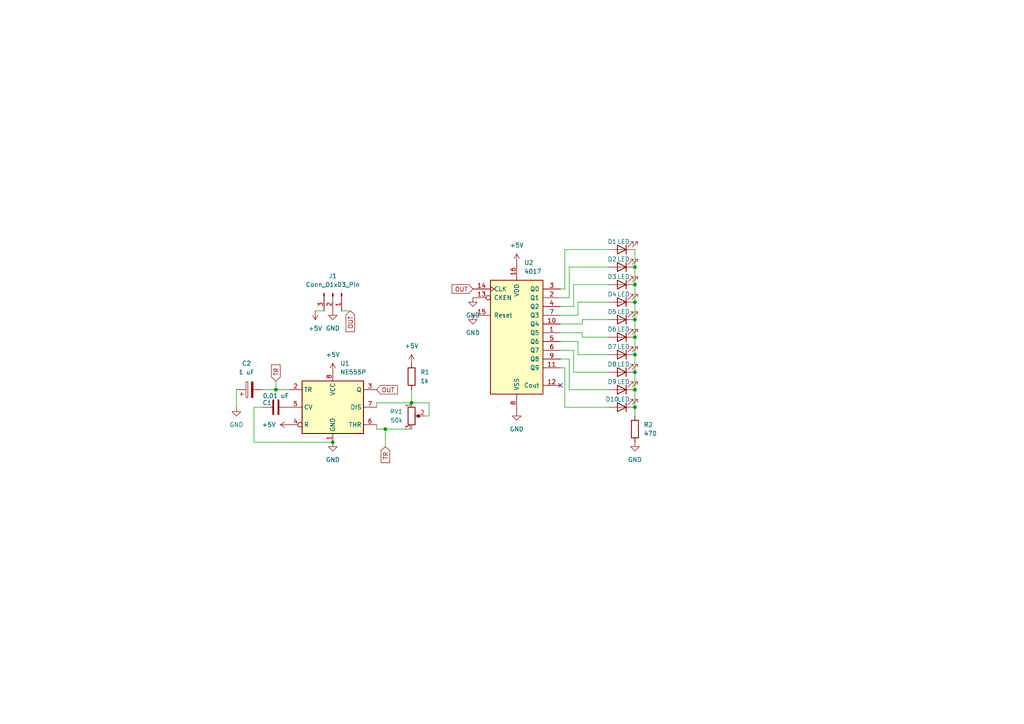
<source format=kicad_sch>
(kicad_sch (version 20250114) (generator "eeschema") (generator_version "9.0")
  (paper "A4")
  (lib_symbols
    (symbol "4xxx:4017" (pin_names (offset 1.016))
      (property "Reference" "U" (at -7.62 16.51 0))
      (property "Value" "4017" (at -7.62 -19.05 0))
      (symbol "4017_1_0"
        (pin input clock (at -12.7 12.7 0) (length 5.08) (name "CLK") (number "14"))
        (pin input inverted (at -12.7 10.16 0) (length 5.08) (name "CKEN") (number "13"))
        (pin input line (at -12.7 5.08 0) (length 5.08) (name "Reset") (number "15"))
        (pin power_in line (at 0 20.32 270) (length 5.08) (name "VDD") (number "16"))
        (pin power_in line (at 0 -22.86 90) (length 5.08) (name "VSS") (number "8"))
        (pin output line (at 12.7 12.7 180) (length 5.08) (name "Q0") (number "3"))
        (pin output line (at 12.7 10.16 180) (length 5.08) (name "Q1") (number "2"))
        (pin output line (at 12.7 7.62 180) (length 5.08) (name "Q2") (number "4"))
        (pin output line (at 12.7 5.08 180) (length 5.08) (name "Q3") (number "7"))
        (pin output line (at 12.7 2.54 180) (length 5.08) (name "Q4") (number "10"))
        (pin output line (at 12.7 0 180) (length 5.08) (name "Q5") (number "1"))
        (pin output line (at 12.7 -2.54 180) (length 5.08) (name "Q6") (number "5"))
        (pin output line (at 12.7 -5.08 180) (length 5.08) (name "Q7") (number "6"))
        (pin output line (at 12.7 -7.62 180) (length 5.08) (name "Q8") (number "9"))
        (pin output line (at 12.7 -10.16 180) (length 5.08) (name "Q9") (number "11"))
        (pin output line (at 12.7 -15.24 180) (length 5.08) (name "Cout") (number "12"))
      )
      (symbol "4017_1_1"
        (rectangle (start -7.62 15.24) (end 7.62 -17.78) (stroke (width 0.254)) (fill (type background)))
      )
    )
    (symbol "Connector:Conn_01x03_Pin" (pin_names (offset 1.016) (hide yes))
      (property "Reference" "J" (at 0 5.08 0))
      (property "Value" "Conn_01x03_Pin" (at 0 -5.08 0))
      (symbol "Conn_01x03_Pin_1_1"
        (rectangle (start 0.8636 2.667) (end 0 2.413) (stroke (width 0.1524)) (fill (type outline)))
        (rectangle (start 0.8636 0.127) (end 0 -0.127) (stroke (width 0.1524)) (fill (type outline)))
        (rectangle (start 0.8636 -2.413) (end 0 -2.667) (stroke (width 0.1524)) (fill (type outline)))
        (polyline (pts (xy 1.27 2.54) (xy 0.8636 2.54)) (stroke (width 0.1524)))
        (polyline (pts (xy 1.27 0) (xy 0.8636 0)) (stroke (width 0.1524)))
        (polyline (pts (xy 1.27 -2.54) (xy 0.8636 -2.54)) (stroke (width 0.1524)))
        (pin passive line (at 5.08 2.54 180) (length 3.81) (name "Pin_1") (number "1"))
        (pin passive line (at 5.08 0 180) (length 3.81) (name "Pin_2") (number "2"))
        (pin passive line (at 5.08 -2.54 180) (length 3.81) (name "Pin_3") (number "3"))
      )
    )
    (symbol "Device:C" (pin_numbers (hide yes)) (pin_names (offset 0.254))
      (property "Reference" "C" (at 0.635 2.54 0))
      (property "Value" "C" (at 0.635 -2.54 0))
      (symbol "C_0_1"
        (polyline (pts (xy -2.032 0.762) (xy 2.032 0.762)) (stroke (width 0.508)))
        (polyline (pts (xy -2.032 -0.762) (xy 2.032 -0.762)) (stroke (width 0.508)))
      )
      (symbol "C_1_1"
        (pin passive line (at 0 3.81 270) (length 2.794) (name "~") (number "1"))
        (pin passive line (at 0 -3.81 90) (length 2.794) (name "~") (number "2"))
      )
    )
    (symbol "Device:C_Polarized" (pin_numbers (hide yes)) (pin_names (offset 0.254))
      (property "Reference" "C" (at 0.635 2.54 0))
      (property "Value" "C_Polarized" (at 0.635 -2.54 0))
      (symbol "C_Polarized_0_1"
        (rectangle (start -2.286 0.508) (end 2.286 1.016))
        (polyline (pts (xy -1.778 2.286) (xy -0.762 2.286)))
        (polyline (pts (xy -1.27 2.794) (xy -1.27 1.778)))
        (rectangle (start 2.286 -0.508) (end -2.286 -1.016) (fill (type outline)))
      )
      (symbol "C_Polarized_1_1"
        (pin passive line (at 0 3.81 270) (length 2.794) (name "~") (number "1"))
        (pin passive line (at 0 -3.81 90) (length 2.794) (name "~") (number "2"))
      )
    )
    (symbol "Device:LED" (pin_numbers (hide yes)) (pin_names (offset 1.016) (hide yes))
      (property "Reference" "D" (at 0 2.54 0))
      (property "Value" "LED" (at 0 -2.54 0))
      (symbol "LED_0_1"
        (polyline (pts (xy -3.048 -0.762) (xy -4.572 -2.286) (xy -3.81 -2.286) (xy -4.572 -2.286) (xy -4.572 -1.524)))
        (polyline (pts (xy -1.778 -0.762) (xy -3.302 -2.286) (xy -2.54 -2.286) (xy -3.302 -2.286) (xy -3.302 -1.524)))
        (polyline (pts (xy -1.27 0) (xy 1.27 0)))
        (polyline (pts (xy -1.27 -1.27) (xy -1.27 1.27)) (stroke (width 0.254)))
        (polyline (pts (xy 1.27 -1.27) (xy 1.27 1.27) (xy -1.27 0) (xy 1.27 -1.27)) (stroke (width 0.254)))
      )
      (symbol "LED_1_1"
        (pin passive line (at -3.81 0 0) (length 2.54) (name "K") (number "1"))
        (pin passive line (at 3.81 0 180) (length 2.54) (name "A") (number "2"))
      )
    )
    (symbol "Device:R" (pin_numbers (hide yes)) (pin_names (offset 0))
      (property "Reference" "R" (at 2.032 0 90))
      (property "Value" "R" (at 0 0 90))
      (symbol "R_0_1"
        (rectangle (start -1.016 -2.54) (end 1.016 2.54) (stroke (width 0.254)))
      )
      (symbol "R_1_1"
        (pin passive line (at 0 3.81 270) (length 1.27) (name "~") (number "1"))
        (pin passive line (at 0 -3.81 90) (length 1.27) (name "~") (number "2"))
      )
    )
    (symbol "Device:R_Potentiometer" (pin_names (offset 1.016) (hide yes))
      (property "Reference" "RV" (at -4.445 0 90))
      (property "Value" "R_Potentiometer" (at -2.54 0 90))
      (symbol "R_Potentiometer_0_1"
        (rectangle (start 1.016 2.54) (end -1.016 -2.54) (stroke (width 0.254)))
        (polyline (pts (xy 1.143 0) (xy 2.286 0.508) (xy 2.286 -0.508) (xy 1.143 0)) (fill (type outline)))
        (polyline (pts (xy 2.54 0) (xy 1.524 0)))
      )
      (symbol "R_Potentiometer_1_1"
        (pin passive line (at 0 3.81 270) (length 1.27) (name "1") (number "1"))
        (pin passive line (at 0 -3.81 90) (length 1.27) (name "3") (number "3"))
        (pin passive line (at 3.81 0 180) (length 1.27) (name "2") (number "2"))
      )
    )
    (symbol "Timer:NE555P"
      (property "Reference" "U" (at -10.16 8.89 0))
      (property "Value" "NE555P" (at 2.54 8.89 0))
      (symbol "NE555P_0_0"
        (pin power_in line (at 0 10.16 270) (length 2.54) (name "VCC") (number "8"))
        (pin power_in line (at 0 -10.16 90) (length 2.54) (name "GND") (number "1"))
      )
      (symbol "NE555P_0_1"
        (rectangle (start -8.89 -7.62) (end 8.89 7.62) (stroke (width 0.254)) (fill (type background)))
        (rectangle (start -8.89 -7.62) (end 8.89 7.62) (stroke (width 0.254)) (fill (type background)))
      )
      (symbol "NE555P_1_1"
        (pin input line (at -12.7 5.08 0) (length 3.81) (name "TR") (number "2"))
        (pin input line (at -12.7 0 0) (length 3.81) (name "CV") (number "5"))
        (pin input inverted (at -12.7 -5.08 0) (length 3.81) (name "R") (number "4"))
        (pin output line (at 12.7 5.08 180) (length 3.81) (name "Q") (number "3"))
        (pin input line (at 12.7 0 180) (length 3.81) (name "DIS") (number "7"))
        (pin input line (at 12.7 -5.08 180) (length 3.81) (name "THR") (number "6"))
      )
    )
    (symbol "power:+5V" (power) (pin_numbers (hide yes)) (pin_names (offset 0) (hide yes))
      (property "Value" "+5V" (at 0 3.556 0))
      (symbol "+5V_0_1"
        (polyline (pts (xy -0.762 1.27) (xy 0 2.54)))
        (polyline (pts (xy 0 2.54) (xy 0.762 1.27)))
        (polyline (pts (xy 0 0) (xy 0 2.54)))
      )
      (symbol "+5V_1_1"
        (pin power_in line (at 0 0 90) (length 0) (name "~") (number "1"))
      )
    )
    (symbol "power:GND" (power) (pin_numbers (hide yes)) (pin_names (offset 0) (hide yes))
      (property "Value" "GND" (at 0 -3.81 0))
      (symbol "GND_0_1"
        (polyline (pts (xy 0 0) (xy 0 -1.27) (xy 1.27 -1.27) (xy 0 -2.54) (xy -1.27 -1.27) (xy 0 -1.27)))
      )
      (symbol "GND_1_1"
        (pin power_in line (at 0 0 270) (length 0) (name "~") (number "1"))
      )
    )
  )
  (junction (at 184.15 118.11))
  (junction (at 184.15 87.63))
  (junction (at 184.15 102.87))
  (junction (at 111.76 124.46))
  (junction (at 184.15 97.79))
  (junction (at 184.15 107.95))
  (junction (at 184.15 113.03))
  (junction (at 96.52 128.27))
  (junction (at 184.15 77.47))
  (junction (at 184.15 92.71))
  (junction (at 119.38 116.84))
  (junction (at 184.15 82.55))
  (junction (at 80.01 113.03))
  (no_connect (at 162.56 111.76))
  (wire (pts (xy 76.2 113.03) (xy 80.01 113.03)))
  (wire (pts (xy 168.91 93.98) (xy 168.91 92.71)))
  (wire (pts (xy 162.56 91.44) (xy 167.64 91.44)))
  (wire (pts (xy 124.46 120.65) (xy 123.19 120.65)))
  (wire (pts (xy 166.37 88.9) (xy 166.37 82.55)))
  (wire (pts (xy 119.38 116.84) (xy 124.46 116.84)))
  (wire (pts (xy 162.56 99.06) (xy 167.64 99.06)))
  (wire (pts (xy 96.52 128.27) (xy 73.66 128.27)))
  (wire (pts (xy 80.01 113.03) (xy 83.82 113.03)))
  (wire (pts (xy 166.37 107.95) (xy 176.53 107.95)))
  (wire (pts (xy 184.15 82.55) (xy 184.15 87.63)))
  (wire (pts (xy 184.15 92.71) (xy 184.15 97.79)))
  (wire (pts (xy 184.15 77.47) (xy 184.15 82.55)))
  (wire (pts (xy 162.56 104.14) (xy 165.1 104.14)))
  (wire (pts (xy 184.15 113.03) (xy 184.15 118.11)))
  (wire (pts (xy 184.15 118.11) (xy 184.15 120.65)))
  (wire (pts (xy 111.76 124.46) (xy 111.76 129.54)))
  (wire (pts (xy 168.91 92.71) (xy 176.53 92.71)))
  (wire (pts (xy 167.64 99.06) (xy 167.64 102.87)))
  (wire (pts (xy 165.1 104.14) (xy 165.1 113.03)))
  (wire (pts (xy 167.64 87.63) (xy 176.53 87.63)))
  (wire (pts (xy 163.83 106.68) (xy 163.83 118.11)))
  (wire (pts (xy 111.76 124.46) (xy 119.38 124.46)))
  (wire (pts (xy 168.91 97.79) (xy 176.53 97.79)))
  (wire (pts (xy 162.56 86.36) (xy 165.1 86.36)))
  (wire (pts (xy 184.15 102.87) (xy 184.15 107.95)))
  (wire (pts (xy 163.83 83.82) (xy 163.83 72.39)))
  (wire (pts (xy 162.56 106.68) (xy 163.83 106.68)))
  (wire (pts (xy 165.1 77.47) (xy 176.53 77.47)))
  (wire (pts (xy 99.06 90.17) (xy 101.6 90.17)))
  (wire (pts (xy 163.83 72.39) (xy 176.53 72.39)))
  (wire (pts (xy 162.56 93.98) (xy 168.91 93.98)))
  (wire (pts (xy 163.83 118.11) (xy 176.53 118.11)))
  (wire (pts (xy 91.44 90.17) (xy 93.98 90.17)))
  (wire (pts (xy 184.15 87.63) (xy 184.15 92.71)))
  (wire (pts (xy 184.15 97.79) (xy 184.15 102.87)))
  (wire (pts (xy 109.22 118.11) (xy 109.22 116.84)))
  (wire (pts (xy 162.56 88.9) (xy 166.37 88.9)))
  (wire (pts (xy 165.1 113.03) (xy 176.53 113.03)))
  (wire (pts (xy 76.2 118.11) (xy 73.66 118.11)))
  (wire (pts (xy 80.01 110.49) (xy 80.01 113.03)))
  (wire (pts (xy 68.58 113.03) (xy 68.58 118.11)))
  (wire (pts (xy 167.64 102.87) (xy 176.53 102.87)))
  (wire (pts (xy 162.56 96.52) (xy 168.91 96.52)))
  (wire (pts (xy 109.22 116.84) (xy 119.38 116.84)))
  (wire (pts (xy 109.22 123.19) (xy 109.22 124.46)))
  (wire (pts (xy 162.56 101.6) (xy 166.37 101.6)))
  (wire (pts (xy 167.64 91.44) (xy 167.64 87.63)))
  (wire (pts (xy 168.91 96.52) (xy 168.91 97.79)))
  (wire (pts (xy 184.15 72.39) (xy 184.15 77.47)))
  (wire (pts (xy 73.66 128.27) (xy 73.66 118.11)))
  (wire (pts (xy 109.22 124.46) (xy 111.76 124.46)))
  (wire (pts (xy 165.1 86.36) (xy 165.1 77.47)))
  (wire (pts (xy 124.46 116.84) (xy 124.46 120.65)))
  (wire (pts (xy 119.38 113.03) (xy 119.38 116.84)))
  (wire (pts (xy 166.37 82.55) (xy 176.53 82.55)))
  (wire (pts (xy 166.37 101.6) (xy 166.37 107.95)))
  (wire (pts (xy 184.15 107.95) (xy 184.15 113.03)))
  (wire (pts (xy 162.56 83.82) (xy 163.83 83.82)))
  (global_label "TR" (shape input) (at 80.01 110.49 90) (property "Intersheetrefs" "${INTERSHEET_REFS}" (effects (hide yes))))
  (global_label "TR" (shape input) (at 111.76 129.54 270) (property "Intersheetrefs" "${INTERSHEET_REFS}" (effects (hide yes))))
  (global_label "OUT" (shape input) (at 101.6 90.17 270) (property "Intersheetrefs" "${INTERSHEET_REFS}" (effects (hide yes))))
  (global_label "OUT" (shape input) (at 109.22 113.03 0) (property "Intersheetrefs" "${INTERSHEET_REFS}" (effects (hide yes))))
  (global_label "OUT" (shape input) (at 137.16 83.82 180) (property "Intersheetrefs" "${INTERSHEET_REFS}" (effects (hide yes))))
  (symbol (lib_id "Device:LED") (at 180.34 82.55 180) (unit 1)
    (property "Reference" "D3" (at 177.546 80.264 0))
    (property "Value" "LED" (at 180.848 80.264 0))
    (property "Footprint" "LED_THT:LED_D3.0mm" (effects (hide yes)))
    (property "Description" "Light emitting diode" (effects (hide yes)))
    (property "Sim.Pins" "1=K 2=A" (effects (hide yes)))
  )
  (symbol (lib_id "Device:LED") (at 180.34 92.71 180) (unit 1)
    (property "Reference" "D5" (at 177.546 90.424 0))
    (property "Value" "LED" (at 180.848 90.424 0))
    (property "Footprint" "LED_THT:LED_D3.0mm" (effects (hide yes)))
    (property "Description" "Light emitting diode" (effects (hide yes)))
    (property "Sim.Pins" "1=K 2=A" (effects (hide yes)))
  )
  (symbol (lib_id "Connector:Conn_01x03_Pin") (at 96.52 85.09 270) (unit 1)
    (property "Reference" "J1" (at 96.52 80.01 90))
    (property "Value" "Conn_01x03_Pin" (at 96.52 82.55 90))
    (property "Footprint" "Connector_PinHeader_2.54mm:PinHeader_1x03_P2.54mm_Vertical" (effects (hide yes)))
    (property "Description" "Generic connector, single row, 01x03, script generated" (effects (hide yes)))
  )
  (symbol (lib_id "Device:LED") (at 180.34 72.39 180) (unit 1)
    (property "Reference" "D1" (at 177.546 70.104 0))
    (property "Value" "LED" (at 180.848 70.104 0))
    (property "Footprint" "LED_THT:LED_D3.0mm" (effects (hide yes)))
    (property "Description" "Light emitting diode" (effects (hide yes)))
    (property "Sim.Pins" "1=K 2=A" (effects (hide yes)))
  )
  (symbol (lib_id "power:+5V") (at 96.52 107.95 0) (unit 1)
    (property "Reference" "#PWR03" (effects (hide yes)))
    (property "Value" "+5V" (at 96.52 102.87 0))
    (property "Description" "Power symbol creates a global label with name \"+5V\"" (effects (hide yes)))
  )
  (symbol (lib_id "power:+5V") (at 83.82 123.19 90) (unit 1)
    (property "Reference" "#PWR06" (effects (hide yes)))
    (property "Value" "+5V" (at 80.01 123.1899 90) (effects (justify left)))
    (property "Description" "Power symbol creates a global label with name \"+5V\"" (effects (hide yes)))
  )
  (symbol (lib_id "power:GND") (at 184.15 128.27 0) (unit 1)
    (property "Reference" "#PWR012" (effects (hide yes)))
    (property "Value" "GND" (at 184.15 133.35 0))
    (property "Description" "Power symbol creates a global label with name \"GND\" , ground" (effects (hide yes)))
  )
  (symbol (lib_id "power:+5V") (at 119.38 105.41 0) (unit 1)
    (property "Reference" "#PWR05" (effects (hide yes)))
    (property "Value" "+5V" (at 119.38 100.33 0))
    (property "Description" "Power symbol creates a global label with name \"+5V\"" (effects (hide yes)))
  )
  (symbol (lib_id "Device:LED") (at 180.34 87.63 180) (unit 1)
    (property "Reference" "D4" (at 177.546 85.344 0))
    (property "Value" "LED" (at 180.848 85.344 0))
    (property "Footprint" "LED_THT:LED_D3.0mm" (effects (hide yes)))
    (property "Description" "Light emitting diode" (effects (hide yes)))
    (property "Sim.Pins" "1=K 2=A" (effects (hide yes)))
  )
  (symbol (lib_id "power:GND") (at 149.86 119.38 0) (unit 1)
    (property "Reference" "#PWR011" (effects (hide yes)))
    (property "Value" "GND" (at 149.86 124.46 0))
    (property "Description" "Power symbol creates a global label with name \"GND\" , ground" (effects (hide yes)))
  )
  (symbol (lib_id "power:GND") (at 137.16 86.36 0) (unit 1)
    (property "Reference" "#PWR09" (effects (hide yes)))
    (property "Value" "GND" (at 137.16 91.44 0))
    (property "Description" "Power symbol creates a global label with name \"GND\" , ground" (effects (hide yes)))
  )
  (symbol (lib_id "Device:LED") (at 180.34 77.47 180) (unit 1)
    (property "Reference" "D2" (at 177.546 75.184 0))
    (property "Value" "LED" (at 180.848 75.184 0))
    (property "Footprint" "LED_THT:LED_D3.0mm" (effects (hide yes)))
    (property "Description" "Light emitting diode" (effects (hide yes)))
    (property "Sim.Pins" "1=K 2=A" (effects (hide yes)))
  )
  (symbol (lib_id "Device:R_Potentiometer") (at 119.38 120.65 0) (unit 1)
    (property "Reference" "RV1" (at 116.84 119.3799 0) (effects (justify right)))
    (property "Value" "50k" (at 116.84 121.9199 0) (effects (justify right)))
    (property "Footprint" "Potentiometer_THT:Potentiometer_Bourns_3296X_Horizontal" (effects (hide yes)))
    (property "Description" "Potentiometer" (effects (hide yes)))
  )
  (symbol (lib_id "power:GND") (at 137.16 91.44 0) (unit 1)
    (property "Reference" "#PWR010" (effects (hide yes)))
    (property "Value" "GND" (at 137.16 96.52 0))
    (property "Description" "Power symbol creates a global label with name \"GND\" , ground" (effects (hide yes)))
  )
  (symbol (lib_id "Device:LED") (at 180.34 118.11 180) (unit 1)
    (property "Reference" "D10" (at 177.546 115.824 0))
    (property "Value" "LED" (at 180.848 115.824 0))
    (property "Footprint" "LED_THT:LED_D3.0mm" (effects (hide yes)))
    (property "Description" "Light emitting diode" (effects (hide yes)))
    (property "Sim.Pins" "1=K 2=A" (effects (hide yes)))
  )
  (symbol (lib_id "Device:LED") (at 180.34 107.95 180) (unit 1)
    (property "Reference" "D8" (at 177.546 105.664 0))
    (property "Value" "LED" (at 180.848 105.664 0))
    (property "Footprint" "LED_THT:LED_D3.0mm" (effects (hide yes)))
    (property "Description" "Light emitting diode" (effects (hide yes)))
    (property "Sim.Pins" "1=K 2=A" (effects (hide yes)))
  )
  (symbol (lib_id "4xxx:4017") (at 149.86 96.52 0) (unit 1)
    (property "Reference" "U2" (at 152.0033 76.2 0) (effects (justify left)))
    (property "Value" "4017" (at 152.0033 78.74 0) (effects (justify left)))
    (property "Footprint" "4017:N16" (effects (hide yes)))
    (property "Datasheet" "http://www.intersil.com/content/dam/Intersil/documents/cd40/cd4017bms-22bms.pdf" (effects (hide yes)))
    (property "Description" "Johnson Counter ( 10 outputs )" (effects (hide yes)))
  )
  (symbol (lib_id "Device:C_Polarized") (at 72.39 113.03 90) (unit 1)
    (property "Reference" "C2" (at 71.501 105.41 90))
    (property "Value" "1 uF" (at 71.501 107.95 90))
    (property "Footprint" "Capacitor_THT:CP_Radial_D5.0mm_P2.00mm" (effects (hide yes)))
    (property "Description" "Polarized capacitor" (effects (hide yes)))
  )
  (symbol (lib_id "Device:R") (at 184.15 124.46 0) (unit 1)
    (property "Reference" "R2" (at 186.69 123.1899 0) (effects (justify left)))
    (property "Value" "470" (at 186.69 125.7299 0) (effects (justify left)))
    (property "Footprint" "Resistor_THT:R_Axial_DIN0207_L6.3mm_D2.5mm_P10.16mm_Horizontal" (effects (hide yes)))
    (property "Description" "Resistor" (effects (hide yes)))
  )
  (symbol (lib_id "Device:LED") (at 180.34 113.03 180) (unit 1)
    (property "Reference" "D9" (at 177.546 110.744 0))
    (property "Value" "LED" (at 180.848 110.744 0))
    (property "Footprint" "LED_THT:LED_D3.0mm" (effects (hide yes)))
    (property "Description" "Light emitting diode" (effects (hide yes)))
    (property "Sim.Pins" "1=K 2=A" (effects (hide yes)))
  )
  (symbol (lib_id "power:+5V") (at 149.86 76.2 0) (unit 1)
    (property "Reference" "#PWR08" (effects (hide yes)))
    (property "Value" "+5V" (at 149.86 71.12 0))
    (property "Description" "Power symbol creates a global label with name \"+5V\"" (effects (hide yes)))
  )
  (symbol (lib_id "power:GND") (at 96.52 128.27 0) (unit 1)
    (property "Reference" "#PWR04" (effects (hide yes)))
    (property "Value" "GND" (at 96.52 133.35 0))
    (property "Description" "Power symbol creates a global label with name \"GND\" , ground" (effects (hide yes)))
  )
  (symbol (lib_id "power:+5V") (at 91.44 90.17 180) (unit 1)
    (property "Reference" "#PWR01" (effects (hide yes)))
    (property "Value" "+5V" (at 91.44 95.25 0))
    (property "Description" "Power symbol creates a global label with name \"+5V\"" (effects (hide yes)))
  )
  (symbol (lib_id "Device:LED") (at 180.34 97.79 180) (unit 1)
    (property "Reference" "D6" (at 177.546 95.504 0))
    (property "Value" "LED" (at 180.848 95.504 0))
    (property "Footprint" "LED_THT:LED_D3.0mm" (effects (hide yes)))
    (property "Description" "Light emitting diode" (effects (hide yes)))
    (property "Sim.Pins" "1=K 2=A" (effects (hide yes)))
  )
  (symbol (lib_id "power:GND") (at 96.52 90.17 0) (unit 1)
    (property "Reference" "#PWR02" (effects (hide yes)))
    (property "Value" "GND" (at 96.52 95.25 0))
    (property "Description" "Power symbol creates a global label with name \"GND\" , ground" (effects (hide yes)))
  )
  (symbol (lib_id "Timer:NE555P") (at 96.52 118.11 0) (unit 1)
    (property "Reference" "U1" (at 98.6633 105.41 0) (effects (justify left)))
    (property "Value" "NE555P" (at 98.6633 107.95 0) (effects (justify left)))
    (property "Footprint" "Package_DIP:DIP-8_W7.62mm" (effects (hide yes)))
    (property "Datasheet" "http://www.ti.com/lit/ds/symlink/ne555.pdf" (effects (hide yes)))
    (property "Description" "Precision Timers, 555 compatible,  PDIP-8" (effects (hide yes)))
  )
  (symbol (lib_id "power:GND") (at 68.58 118.11 0) (unit 1)
    (property "Reference" "#PWR07" (effects (hide yes)))
    (property "Value" "GND" (at 68.58 123.19 0))
    (property "Description" "Power symbol creates a global label with name \"GND\" , ground" (effects (hide yes)))
  )
  (symbol (lib_id "Device:LED") (at 180.34 102.87 180) (unit 1)
    (property "Reference" "D7" (at 177.546 100.584 0))
    (property "Value" "LED" (at 180.848 100.584 0))
    (property "Footprint" "LED_THT:LED_D3.0mm" (effects (hide yes)))
    (property "Description" "Light emitting diode" (effects (hide yes)))
    (property "Sim.Pins" "1=K 2=A" (effects (hide yes)))
  )
  (symbol (lib_id "Device:R") (at 119.38 109.22 0) (unit 1)
    (property "Reference" "R1" (at 121.92 107.9499 0) (effects (justify left)))
    (property "Value" "1k" (at 121.92 110.4899 0) (effects (justify left)))
    (property "Footprint" "Resistor_THT:R_Axial_DIN0207_L6.3mm_D2.5mm_P10.16mm_Horizontal" (effects (hide yes)))
    (property "Description" "Resistor" (effects (hide yes)))
  )
  (symbol (lib_id "Device:C") (at 80.01 118.11 90) (unit 1)
    (property "Reference" "C1" (at 77.47 116.84 90))
    (property "Value" "0.01 uF" (at 80.01 114.808 90))
    (property "Footprint" "Capacitor_THT:CP_Radial_D5.0mm_P2.00mm" (effects (hide yes)))
    (property "Description" "Unpolarized capacitor" (effects (hide yes)))
  )
)
</source>
